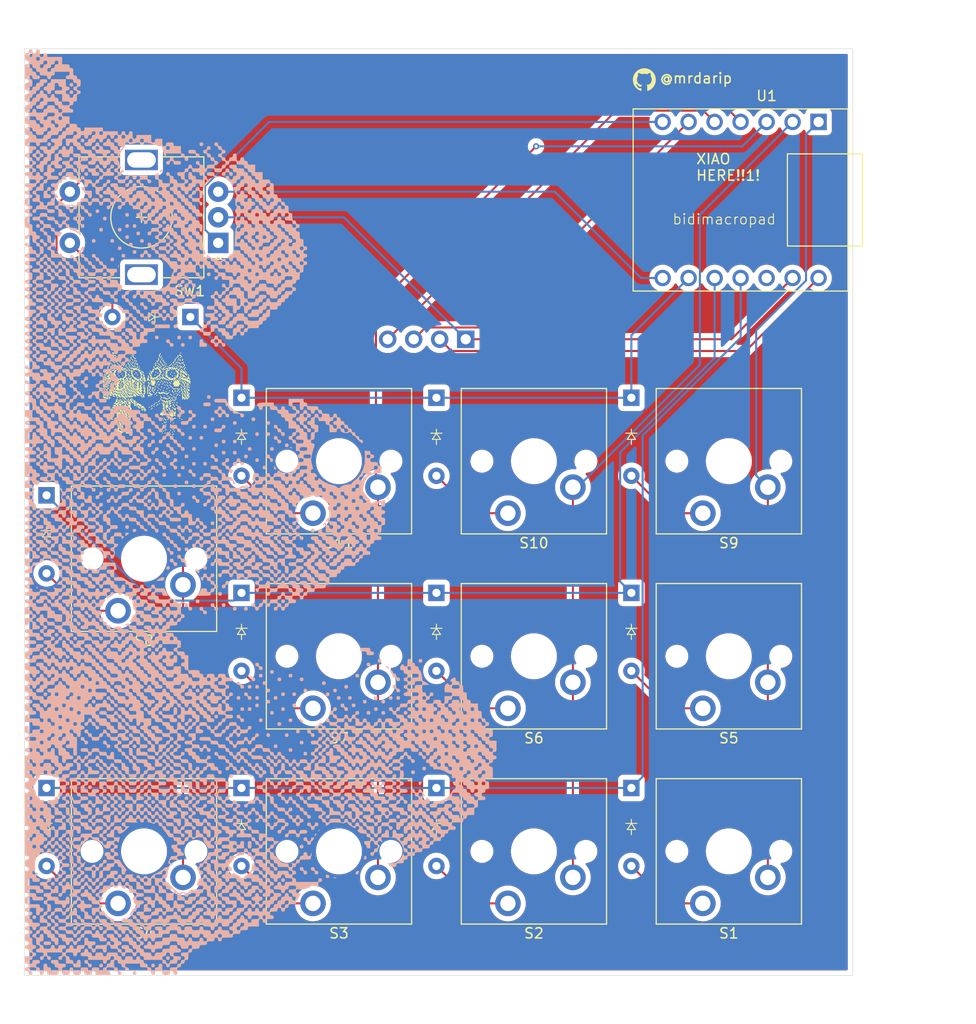
<source format=kicad_pcb>
(kicad_pcb (version 20240108) (generator "pcbnew") (generator_version "8.0")
  (layers (0 "F.Cu" signal) (31 "B.Cu" signal) (34 "B.Paste" user) (35 "F.Paste" user) (36 "B.SilkS" user "B.Silkscreen") (37 "F.SilkS" user "F.Silkscreen") (38 "B.Mask" user) (39 "F.Mask" user) (44 "Edge.Cuts" user))
  (net 0 "")
  (net 1 "Row 0")
  (net 2 "Net-(D1-A)")
  (net 3 "Net-(D2-A)")
  (net 4 "Net-(D3-A)")
  (net 5 "Row 1")
  (net 6 "Net-(D4-A)")
  (net 7 "Net-(D5-A)")
  (net 8 "Net-(D6-A)")
  (net 9 "Net-(D7-A)")
  (net 10 "Row 2")
  (net 11 "Net-(D8-A)")
  (net 12 "Net-(D9-A)")
  (net 13 "Net-(D10-A)")
  (net 14 "Net-(D11-A)")
  (net 15 "Net-(D12-A)")
  (net 16 "GND")
  (net 17 "SDA")
  (net 18 "+5V")
  (net 19 "SCL")
  (net 20 "Col 0")
  (net 21 "Col 1")
  (net 22 "Col 2")
  (net 23 "Col 3")
  (net 24 "Rot B")
  (net 25 "Rot A")
  (net 26 "+3.3V")
  (footprint "LOGO" (layer "F.Cu") (at 61.9125 54.76875)
    (property "Reference" "G***" (hide yes))
    (property "Value" "LOGO" (hide yes))
  )
  (footprint "ScottoKeebs_Components:Diode_DO-35" (layer "F.Cu") (at 109.325 74.55875 -90)
    (property "Reference" "D5" (hide yes))
    (property "Value" "Diode" (hide yes))
    (pad "1" thru_hole rect (at 0 0 270) (size 1.6 1.6) (drill 0.8) (layers "*.Cu" "*.Mask") (net 5 "Row 1"))
    (pad "2" thru_hole oval (at 7.62 0 270) (size 1.6 1.6) (drill 0.8) (layers "*.Cu" "*.Mask") (net 7 "Net-(D5-A)"))
  )
  (footprint "ScottoKeebs_Components:OLED_128x64" (layer "F.Cu") (at 89.3225 49.79375 180)
    (property "Reference" "J1" (hide yes))
    (property "Value" "OLED_128x64")
    (pad "1" thru_hole rect (at -3.81 0 270) (size 1.7 1.7) (drill 1) (layers "*.Cu" "*.Mask") (net 16 "GND"))
    (pad "2" thru_hole oval (at -1.27 0 270) (size 1.7 1.7) (drill 1) (layers "*.Cu" "*.Mask") (net 18 "+5V"))
    (pad "3" thru_hole oval (at 1.27 0 270) (size 1.7 1.7) (drill 1) (layers "*.Cu" "*.Mask") (net 19 "SCL"))
    (pad "4" thru_hole oval (at 3.81 0 270) (size 1.7 1.7) (drill 1) (layers "*.Cu" "*.Mask") (net 17 "SDA"))
  )
  (footprint "LOGO" (layer "F.Cu") (at 110.5916 24.4348)
    (property "Reference" "G***" (hide yes))
    (property "Value" "LOGO" (hide yes))
  )
  (footprint "ScottoKeebs_MX:MX_PCB_1.00u" (layer "F.Cu") (at 99.8 99.8 180)
    (property "Reference" "S2" (at 0 -8 0) (layer "F.SilkS"))
    (property "Value" "Keyswitch")
    (pad "" np_thru_hole circle (at -5.08 0 180) (size 1.75 1.75) (drill 1.75) (layers "*.Cu" "*.Mask"))
    (pad "" np_thru_hole circle (at 0 0 180) (size 4 4) (drill 4) (layers "*.Cu" "*.Mask"))
    (pad "" np_thru_hole circle (at 5.08 0 180) (size 1.75 1.75) (drill 1.75) (layers "*.Cu" "*.Mask"))
    (pad "1" thru_hole circle (at -3.81 -2.54 180) (size 2.5 2.5) (drill 1.5) (layers "*.Cu" "*.Mask") (net 21 "Col 1"))
    (pad "2" thru_hole circle (at 2.54 -5.08 180) (size 2.5 2.5) (drill 1.5) (layers "*.Cu" "*.Mask") (net 3 "Net-(D2-A)"))
  )
  (footprint "ScottoKeebs_MX:MX_PCB_1.00u" (layer "F.Cu") (at 118.85 61.7 180)
    (property "Reference" "S9" (at 0 -8 0) (layer "F.SilkS"))
    (property "Value" "Keyswitch")
    (pad "" np_thru_hole circle (at -5.08 0 180) (size 1.75 1.75) (drill 1.75) (layers "*.Cu" "*.Mask"))
    (pad "" np_thru_hole circle (at 0 0 180) (size 4 4) (drill 4) (layers "*.Cu" "*.Mask"))
    (pad "" np_thru_hole circle (at 5.08 0 180) (size 1.75 1.75) (drill 1.75) (layers "*.Cu" "*.Mask"))
    (pad "1" thru_hole circle (at -3.81 -2.54 180) (size 2.5 2.5) (drill 1.5) (layers "*.Cu" "*.Mask") (net 20 "Col 0"))
    (pad "2" thru_hole circle (at 2.54 -5.08 180) (size 2.5 2.5) (drill 1.5) (layers "*.Cu" "*.Mask") (net 12 "Net-(D9-A)"))
  )
  (footprint "ScottoKeebs_Components:Diode_DO-35" (layer "F.Cu") (at 52.175 93.60875 -90)
    (property "Reference" "D4" (hide yes))
    (property "Value" "Diode" (hide yes))
    (pad "1" thru_hole rect (at 0 0 270) (size 1.6 1.6) (drill 0.8) (layers "*.Cu" "*.Mask") (net 1 "Row 0"))
    (pad "2" thru_hole oval (at 7.62 0 270) (size 1.6 1.6) (drill 0.8) (layers "*.Cu" "*.Mask") (net 6 "Net-(D4-A)"))
  )
  (footprint "ScottoKeebs_Components:Diode_DO-35" (layer "F.Cu") (at 109.325 93.60875 -90)
    (property "Reference" "D1" (hide yes))
    (property "Value" "Diode" (hide yes))
    (pad "1" thru_hole rect (at 0 0 270) (size 1.6 1.6) (drill 0.8) (layers "*.Cu" "*.Mask") (net 1 "Row 0"))
    (pad "2" thru_hole oval (at 7.62 0 270) (size 1.6 1.6) (drill 0.8) (layers "*.Cu" "*.Mask") (net 2 "Net-(D1-A)"))
  )
  (footprint "ScottoKeebs_Components:Diode_DO-35" (layer "F.Cu") (at 71.225 74.55875 -90)
    (property "Reference" "D7" (hide yes))
    (property "Value" "Diode" (hide yes))
    (pad "1" thru_hole rect (at 0 0 270) (size 1.6 1.6) (drill 0.8) (layers "*.Cu" "*.Mask") (net 5 "Row 1"))
    (pad "2" thru_hole oval (at 7.62 0 270) (size 1.6 1.6) (drill 0.8) (layers "*.Cu" "*.Mask") (net 9 "Net-(D7-A)"))
  )
  (footprint "ScottoKeebs_MX:MX_PCB_1.00u" (layer "F.Cu") (at 80.75 99.8 180)
    (property "Reference" "S3" (at 0 -8 0) (layer "F.SilkS"))
    (property "Value" "Keyswitch")
    (pad "" np_thru_hole circle (at -5.08 0 180) (size 1.75 1.75) (drill 1.75) (layers "*.Cu" "*.Mask"))
    (pad "" np_thru_hole circle (at 0 0 180) (size 4 4) (drill 4) (layers "*.Cu" "*.Mask"))
    (pad "" np_thru_hole circle (at 5.08 0 180) (size 1.75 1.75) (drill 1.75) (layers "*.Cu" "*.Mask"))
    (pad "1" thru_hole circle (at -3.81 -2.54 180) (size 2.5 2.5) (drill 1.5) (layers "*.Cu" "*.Mask") (net 22 "Col 2"))
    (pad "2" thru_hole circle (at 2.54 -5.08 180) (size 2.5 2.5) (drill 1.5) (layers "*.Cu" "*.Mask") (net 4 "Net-(D3-A)"))
  )
  (footprint "Rotary_Encoder:RotaryEncoder_Alps_EC11E-Switch_Vertical_H20mm" (layer "F.Cu") (at 68.95 40.3875 180)
    (property "Reference" "SW1" (at 2.8 -4.7 0) (layer "F.SilkS"))
    (property "Value" "RotaryEncoder_Switch")
    (pad "A" thru_hole rect (at 0 0 180) (size 2 2) (drill 1) (layers "*.Cu" "*.Mask") (net 25 "Rot A"))
    (pad "B" thru_hole circle (at 0 5 180) (size 2 2) (drill 1) (layers "*.Cu" "*.Mask") (net 24 "Rot B"))
    (pad "C" thru_hole circle (at 0 2.5 180) (size 2 2) (drill 1) (layers "*.Cu" "*.Mask") (net 16 "GND"))
    (pad "MP" thru_hole rect (at 7.5 -3.1 180) (size 3.2 2) (drill oval 2.8 1.5) (layers "*.Cu" "*.Mask"))
    (pad "MP" thru_hole rect (at 7.5 8.1 180) (size 3.2 2) (drill oval 2.8 1.5) (layers "*.Cu" "*.Mask"))
    (pad "S1" thru_hole circle (at 14.5 5 180) (size 2 2) (drill 1) (layers "*.Cu" "*.Mask") (net 23 "Col 3"))
    (pad "S2" thru_hole circle (at 14.5 0 180) (size 2 2) (drill 1) (layers "*.Cu" "*.Mask") (net 15 "Net-(D12-A)"))
  )
  (footprint "ScottoKeebs_Components:Diode_DO-35" (layer "F.Cu") (at 90.275 93.60875 -90)
    (property "Reference" "D2" (hide yes))
    (property "Value" "Diode" (hide yes))
    (pad "1" thru_hole rect (at 0 0 270) (size 1.6 1.6) (drill 0.8) (layers "*.Cu" "*.Mask") (net 1 "Row 0"))
    (pad "2" thru_hole oval (at 7.62 0 270) (size 1.6 1.6) (drill 0.8) (layers "*.Cu" "*.Mask") (net 3 "Net-(D2-A)"))
  )
  (footprint "ScottoKeebs_Components:Diode_DO-35" (layer "F.Cu") (at 90.275 74.55875 -90)
    (property "Reference" "D6" (hide yes))
    (property "Value" "Diode" (hide yes))
    (pad "1" thru_hole rect (at 0 0 270) (size 1.6 1.6) (drill 0.8) (layers "*.Cu" "*.Mask") (net 5 "Row 1"))
    (pad "2" thru_hole oval (at 7.62 0 270) (size 1.6 1.6) (drill 0.8) (layers "*.Cu" "*.Mask") (net 8 "Net-(D6-A)"))
  )
  (footprint "ScottoKeebs_MX:MX_PCB_1.00u" (layer "F.Cu") (at 61.7 71.225 180)
    (property "Reference" "S8" (at 0 -8 0) (layer "F.SilkS"))
    (property "Value" "Keyswitch")
    (pad "" np_thru_hole circle (at -5.08 0 180) (size 1.75 1.75) (drill 1.75) (layers "*.Cu" "*.Mask"))
    (pad "" np_thru_hole circle (at 0 0 180) (size 4 4) (drill 4) (layers "*.Cu" "*.Mask"))
    (pad "" np_thru_hole circle (at 5.08 0 180) (size 1.75 1.75) (drill 1.75) (layers "*.Cu" "*.Mask"))
    (pad "1" thru_hole circle (at -3.81 -2.54 180) (size 2.5 2.5) (drill 1.5) (layers "*.Cu" "*.Mask") (net 23 "Col 3"))
    (pad "2" thru_hole circle (at 2.54 -5.08 180) (size 2.5 2.5) (drill 1.5) (layers "*.Cu" "*.Mask") (net 11 "Net-(D8-A)"))
  )
  (footprint "ScottoKeebs_MX:MX_PCB_1.00u" (layer "F.Cu") (at 99.8 80.75 180)
    (property "Reference" "S6" (at 0 -8 0) (layer "F.SilkS"))
    (property "Value" "Keyswitch")
    (pad "" np_thru_hole circle (at -5.08 0 180) (size 1.75 1.75) (drill 1.75) (layers "*.Cu" "*.Mask"))
    (pad "" np_thru_hole circle (at 0 0 180) (size 4 4) (drill 4) (layers "*.Cu" "*.Mask"))
    (pad "" np_thru_hole circle (at 5.08 0 180) (size 1.75 1.75) (drill 1.75) (layers "*.Cu" "*.Mask"))
    (pad "1" thru_hole circle (at -3.81 -2.54 180) (size 2.5 2.5) (drill 1.5) (layers "*.Cu" "*.Mask") (net 21 "Col 1"))
    (pad "2" thru_hole circle (at 2.54 -5.08 180) (size 2.5 2.5) (drill 1.5) (layers "*.Cu" "*.Mask") (net 8 "Net-(D6-A)"))
  )
  (footprint "ScottoKeebs_Components:Diode_DO-35" (layer "F.Cu") (at 66.225 47.625 180)
    (property "Reference" "D12" (hide yes))
    (property "Value" "Diode" (hide yes))
    (pad "1" thru_hole rect (at 0 0 180) (size 1.6 1.6) (drill 0.8) (layers "*.Cu" "*.Mask") (net 10 "Row 2"))
    (pad "2" thru_hole oval (at 7.62 0 180) (size 1.6 1.6) (drill 0.8) (layers "*.Cu" "*.Mask") (net 15 "Net-(D12-A)"))
  )
  (footprint "ScottoKeebs_MX:MX_PCB_1.00u" (layer "F.Cu") (at 118.85 80.75 180)
    (property "Reference" "S5" (at 0 -8 0) (layer "F.SilkS"))
    (property "Value" "Keyswitch")
    (pad "" np_thru_hole circle (at -5.08 0 180) (size 1.75 1.75) (drill 1.75) (layers "*.Cu" "*.Mask"))
    (pad "" np_thru_hole circle (at 0 0 180) (size 4 4) (drill 4) (layers "*.Cu" "*.Mask"))
    (pad "" np_thru_hole circle (at 5.08 0 180) (size 1.75 1.75) (drill 1.75) (layers "*.Cu" "*.Mask"))
    (pad "1" thru_hole circle (at -3.81 -2.54 180) (size 2.5 2.5) (drill 1.5) (layers "*.Cu" "*.Mask") (net 20 "Col 0"))
    (pad "2" thru_hole circle (at 2.54 -5.08 180) (size 2.5 2.5) (drill 1.5) (layers "*.Cu" "*.Mask") (net 7 "Net-(D5-A)"))
  )
  (footprint "ScottoKeebs_Components:Diode_DO-35" (layer "F.Cu") (at 109.325 55.50875 -90)
    (property "Reference" "D9" (hide yes))
    (property "Value" "Diode" (hide yes))
    (pad "1" thru_hole rect (at 0 0 270) (size 1.6 1.6) (drill 0.8) (layers "*.Cu" "*.Mask") (net 10 "Row 2"))
    (pad "2" thru_hole oval (at 7.62 0 270) (size 1.6 1.6) (drill 0.8) (layers "*.Cu" "*.Mask") (net 12 "Net-(D9-A)"))
  )
  (footprint "ScottoKeebs_MX:MX_PCB_1.00u" (layer "F.Cu") (at 99.8 61.7 180)
    (property "Reference" "S10" (at 0 -8 0) (layer "F.SilkS"))
    (property "Value" "Keyswitch")
    (pad "" np_thru_hole circle (at -5.08 0 180) (size 1.75 1.75) (drill 1.75) (layers "*.Cu" "*.Mask"))
    (pad "" np_thru_hole circle (at 0 0 180) (size 4 4) (drill 4) (layers "*.Cu" "*.Mask"))
    (pad "" np_thru_hole circle (at 5.08 0 180) (size 1.75 1.75) (drill 1.75) (layers "*.Cu" "*.Mask"))
    (pad "1" thru_hole circle (at -3.81 -2.54 180) (size 2.5 2.5) (drill 1.5) (layers "*.Cu" "*.Mask") (net 21 "Col 1"))
    (pad "2" thru_hole circle (at 2.54 -5.08 180) (size 2.5 2.5) (drill 1.5) (layers "*.Cu" "*.Mask") (net 13 "Net-(D10-A)"))
  )
  (footprint "ScottoKeebs_MX:MX_PCB_1.00u" (layer "F.Cu") (at 61.7 99.8 180)
    (property "Reference" "S4" (at 0 -8 0) (layer "F.SilkS"))
    (property "Value" "Keyswitch")
    (pad "" np_thru_hole circle (at -5.08 0 180) (size 1.75 1.75) (drill 1.75) (layers "*.Cu" "*.Mask"))
    (pad "" np_thru_hole circle (at 0 0 180) (size 4 4) (drill 4) (layers "*.Cu" "*.Mask"))
    (pad "" np_thru_hole circle (at 5.08 0 180) (size 1.75 1.75) (drill 1.75) (layers "*.Cu" "*.Mask"))
    (pad "1" thru_hole circle (at -3.81 -2.54 180) (size 2.5 2.5) (drill 1.5) (layers "*.Cu" "*.Mask") (net 23 "Col 3"))
    (pad "2" thru_hole circle (at 2.54 -5.08 180) (size 2.5 2.5) (drill 1.5) (layers "*.Cu" "*.Mask") (net 6 "Net-(D4-A)"))
  )
  (footprint "ScottoKeebs_Components:Diode_DO-35" (layer "F.Cu") (at 71.225 93.60875 -90)
    (property "Reference" "D3" (hide yes))
    (property "Value" "Diode" (hide yes))
    (pad "1" thru_hole rect (at 0 0 270) (size 1.6 1.6) (drill 0.8) (layers "*.Cu" "*.Mask") (net 1 "Row 0"))
    (pad "2" thru_hole oval (at 7.62 0 270) (size 1.6 1.6) (drill 0.8) (layers "*.Cu" "*.Mask") (net 4 "Net-(D3-A)"))
  )
  (footprint "XIAO_PCB:MOUDLE14P-2.54-21X17.8MM" (layer "F.Cu") (at 120 36.195)
    (property "Reference" "U1" (at 2.54 -10.16 0) (layer "F.SilkS"))
    (property "Value" "MOUDLE-SEEEDUINO-XIAO" (hide yes))
    (pad "1" thru_hole rect (at 7.62 -7.62) (size 1.6 1.6) (drill 1) (layers "*.Cu" "*.Mask") (net 20 "Col 0"))
    (pad "2" thru_hole circle (at 5.08 -7.62) (size 1.6 1.6) (drill 1) (layers "*.Cu" "*.Mask") (net 21 "Col 1"))
    (pad "3" thru_hole circle (at 2.54 -7.62) (size 1.6 1.6) (drill 1) (layers "*.Cu" "*.Mask") (net 22 "Col 2"))
    (pad "4" thru_hole circle (at 0 -7.62) (size 1.6 1.6) (drill 1) (layers "*.Cu" "*.Mask") (net 23 "Col 3"))
    (pad "5" thru_hole circle (at -2.54 -7.62) (size 1.6 1.6) (drill 1) (layers "*.Cu" "*.Mask") (net 17 "SDA"))
    (pad "6" thru_hole circle (at -5.08 -7.62) (size 1.6 1.6) (drill 1) (layers "*.Cu" "*.Mask") (net 19 "SCL"))
    (pad "7" thru_hole circle (at -7.62 -7.62) (size 1.6 1.6) (drill 1) (layers "*.Cu" "*.Mask") (net 25 "Rot A"))
    (pad "8" thru_hole circle (at -7.62 7.62) (size 1.6 1.6) (drill 1) (layers "*.Cu" "*.Mask") (net 24 "Rot B"))
    (pad "9" thru_hole circle (at -5.08 7.62) (size 1.6 1.6) (drill 1) (layers "*.Cu" "*.Mask") (net 10 "Row 2"))
    (pad "10" thru_hole circle (at -2.54 7.62) (size 1.6 1.6) (drill 1) (layers "*.Cu" "*.Mask") (net 5 "Row 1"))
    (pad "11" thru_hole circle (at 0 7.62) (size 1.6 1.6) (drill 1) (layers "*.Cu" "*.Mask") (net 1 "Row 0"))
    (pad "12" thru_hole circle (at 2.54 7.62) (size 1.6 1.6) (drill 1) (layers "*.Cu" "*.Mask") (net 26 "+3.3V"))
    (pad "13" thru_hole circle (at 5.08 7.62) (size 1.6 1.6) (drill 1) (layers "*.Cu" "*.Mask") (net 16 "GND"))
    (pad "14" thru_hole circle (at 7.62 7.62) (size 1.6 1.6) (drill 1) (layers "*.Cu" "*.Mask") (net 18 "+5V"))
  )
  (footprint "ScottoKeebs_Components:Diode_DO-35" (layer "F.Cu") (at 71.225 55.50875 -90)
    (property "Reference" "D11" (hide yes))
    (property "Value" "Diode" (hide yes))
    (pad "1" thru_hole rect (at 0 0 270) (size 1.6 1.6) (drill 0.8) (layers "*.Cu" "*.Mask") (net 10 "Row 2"))
    (pad "2" thru_hole oval (at 7.62 0 270) (size 1.6 1.6) (drill 0.8) (layers "*.Cu" "*.Mask") (net 14 "Net-(D11-A)"))
  )
  (footprint "ScottoKeebs_MX:MX_PCB_1.00u" (layer "F.Cu") (at 80.75 80.75 180)
    (property "Reference" "S7" (at 0 -8 0) (layer "F.SilkS"))
    (property "Value" "Keyswitch")
    (pad "" np_thru_hole circle (at -5.08 0 180) (size 1.75 1.75) (drill 1.75) (layers "*.Cu" "*.Mask"))
    (pad "" np_thru_hole circle (at 0 0 180) (size 4 4) (drill 4) (layers "*.Cu" "*.Mask"))
    (pad "" np_thru_hole circle (at 5.08 0 180) (size 1.75 1.75) (drill 1.75) (layers "*.Cu" "*.Mask"))
    (pad "1" thru_hole circle (at -3.81 -2.54 180) (size 2.5 2.5) (drill 1.5) (layers "*.Cu" "*.Mask") (net 22 "Col 2"))
    (pad "2" thru_hole circle (at 2.54 -5.08 180) (size 2.5 2.5) (drill 1.5) (layers "*.Cu" "*.Mask") (net 9 "Net-(D7-A)"))
  )
  (footprint "ScottoKeebs_MX:MX_PCB_1.00u" (layer "F.Cu") (at 118.85 99.8 180)
    (property "Reference" "S1" (at 0 -8 0) (layer "F.SilkS"))
    (property "Value" "Keyswitch")
    (pad "" np_thru_hole circle (at -5.08 0 180) (size 1.75 1.75) (drill 1.75) (layers "*.Cu" "*.Mask"))
    (pad "" np_thru_hole circle (at 0 0 180) (size 4 4) (drill 4) (layers "*.Cu" "*.Mask"))
    (pad "" np_thru_hole circle (at 5.08 0 180) (size 1.75 1.75) (drill 1.75) (layers "*.Cu" "*.Mask"))
    (pad "1" thru_hole circle (at -3.81 -2.54 180) (size 2.5 2.5) (drill 1.5) (layers "*.Cu" "*.Mask") (net 20 "Col 0"))
    (pad "2" thru_hole circle (at 2.54 -5.08 180) (size 2.5 2.5) (drill 1.5) (layers "*.Cu" "*.Mask") (net 2 "Net-(D1-A)"))
  )
  (footprint "ScottoKeebs_MX:MX_PCB_1.00u" (layer "F.Cu") (at 80.75 61.7 180)
    (property "Reference" "S11" (at 0 -8 0) (layer "F.SilkS"))
    (property "Value" "Keyswitch")
    (pad "" np_thru_hole circle (at -5.08 0 180) (size 1.75 1.75) (drill 1.75) (layers "*.Cu" "*.Mask"))
    (pad "" np_thru_hole circle (at 0 0 180) (size 4 4) (drill 4) (layers "*.Cu" "*.Mask"))
    (pad "" np_thru_hole circle (at 5.08 0 180) (size 1.75 1.75) (drill 1.75) (layers "*.Cu" "*.Mask"))
    (pad "1" thru_hole circle (at -3.81 -2.54 180) (size 2.5 2.5) (drill 1.5) (layers "*.Cu" "*.Mask") (net 22 "Col 2"))
    (pad "2" thru_hole circle (at 2.54 -5.08 180) (size 2.5 2.5) (drill 1.5) (layers "*.Cu" "*.Mask") (net 14 "Net-(D11-A)"))
  )
  (footprint "ScottoKeebs_Components:Diode_DO-35" (layer "F.Cu") (at 52.175 65.03375 -90)
    (property "Reference" "D8" (hide yes))
    (property "Value" "Diode" (hide yes))
    (pad "1" thru_hole rect (at 0 0 270) (size 1.6 1.6) (drill 0.8) (layers "*.Cu" "*.Mask") (net 5 "Row 1"))
    (pad "2" thru_hole oval (at 7.62 0 270) (size 1.6 1.6) (drill 0.8) (layers "*.Cu" "*.Mask") (net 11 "Net-(D8-A)"))
  )
  (footprint "ScottoKeebs_Components:Diode_DO-35" (layer "F.Cu") (at 90.275 55.50875 -90)
    (property "Reference" "D10" (hide yes))
    (property "Value" "Diode" (hide yes))
    (pad "1" thru_hole rect (at 0 0 270) (size 1.6 1.6) (drill 0.8) (layers "*.Cu" "*.Mask") (net 10 "Row 2"))
    (pad "2" thru_hole oval (at 7.62 0 270) (size 1.6 1.6) (drill 0.8) (layers "*.Cu" "*.Mask") (net 13 "Net-(D10-A)"))
  )
  (footprint "LOGO" (layer "B.Cu") (at 73.29 66.495 90)
    (property "Reference" "G***" (hide yes))
    (property "Value" "LOGO" (hide yes))
  )
  (gr_rect (start 50.00625 21.43125) (end 130.96875 111.91875) (stroke (width 0.05)) (fill none) (layer "Edge.Cuts"))
  (gr_text "bidimacropad" (at 113.284 38.6588 0) (layer "F.SilkS") (effects (font (size 1 1) (thickness 0.1)) (justify left bottom)))
  (gr_text "XIAO\nHERE!!1!" (at 115.57 34.3916 0) (layer "F.SilkS") (effects (font (size 1 1)) (justify left bottom)))
  (gr_text "@mrdarip" (at 112.014 24.892 0) (layer "F.SilkS") (effects (font (size 1 1)) (justify left bottom)))
  (segment (start 120 49.634436) (end 120 43.815) (width 0.2) (layer "B.Cu") (net 1))
  (segment (start 109.325 93.60875) (end 110.425 92.50875) (width 0.2) (layer "B.Cu") (net 1))
  (segment (start 110.425 92.50875) (end 110.425 59.209436) (width 0.2) (layer "B.Cu") (net 1))
  (segment (start 110.425 59.209436) (end 120 49.634436) (width 0.2) (layer "B.Cu") (net 1))
  (segment (start 109.325 93.60875) (end 52.175 93.60875) (width 0.2) (layer "B.Cu") (net 1))
  (segment (start 116.31 104.88) (end 112.97625 104.88) (width 0.2) (layer "F.Cu") (net 2))
  (segment (start 112.97625 104.88) (end 109.325 101.22875) (width 0.2) (layer "F.Cu") (net 2))
  (segment (start 97.26 104.88) (end 93.92625 104.88) (width 0.2) (layer "F.Cu") (net 3))
  (segment (start 93.92625 104.88) (end 90.275 101.22875) (width 0.2) (layer "F.Cu") (net 3))
  (segment (start 78.21 104.88) (end 74.87625 104.88) (width 0.2) (layer "F.Cu") (net 4))
  (segment (start 74.87625 104.88) (end 71.225 101.22875) (width 0.2) (layer "F.Cu") (net 4))
  (segment (start 108.225 60.84375) (end 117.46 51.60875) (width 0.2) (layer "B.Cu") (net 5))
  (segment (start 62.45625 75.315) (end 52.175 65.03375) (width 0.2) (layer "B.Cu") (net 5))
  (segment (start 117.46 51.60875) (end 117.46 43.815) (width 0.2) (layer "B.Cu") (net 5))
  (segment (start 108.225 73.45875) (end 108.225 60.84375) (width 0.2) (layer "B.Cu") (net 5))
  (segment (start 70.46875 75.315) (end 62.45625 75.315) (width 0.2) (layer "B.Cu") (net 5))
  (segment (start 109.325 74.55875) (end 71.225 74.55875) (width 0.2) (layer "B.Cu") (net 5))
  (segment (start 71.225 74.55875) (end 70.46875 75.315) (width 0.2) (layer "B.Cu") (net 5))
  (segment (start 109.325 74.55875) (end 108.225 73.45875) (width 0.2) (layer "B.Cu") (net 5))
  (segment (start 59.16 104.88) (end 55.82625 104.88) (width 0.2) (layer "F.Cu") (net 6))
  (segment (start 55.82625 104.88) (end 52.175 101.22875) (width 0.2) (layer "F.Cu") (net 6))
  (segment (start 116.31 85.83) (end 112.97625 85.83) (width 0.2) (layer "F.Cu") (net 7))
  (segment (start 112.97625 85.83) (end 109.325 82.17875) (width 0.2) (layer "F.Cu") (net 7))
  (segment (start 93.92625 85.83) (end 90.275 82.17875) (width 0.2) (layer "F.Cu") (net 8))
  (segment (start 97.26 85.83) (end 93.92625 85.83) (width 0.2) (layer "F.Cu") (net 8))
  (segment (start 78.21 85.83) (end 74.87625 85.83) (width 0.2) (layer "F.Cu") (net 9))
  (segment (start 74.87625 85.83) (end 71.225 82.17875) (width 0.2) (layer "F.Cu") (net 9))
  (segment (start 71.225 55.50875) (end 71.225 52.625) (width 0.2) (layer "B.Cu") (net 10))
  (segment (start 90.275 55.50875) (end 71.225 55.50875) (width 0.2) (layer "B.Cu") (net 10))
  (segment (start 109.325 55.50875) (end 90.275 55.50875) (width 0.2) (layer "B.Cu") (net 10))
  (segment (start 109.325 55.50875) (end 109.325 49.41) (width 0.2) (layer "B.Cu") (net 10))
  (segment (start 109.325 49.41) (end 114.92 43.815) (width 0.2) (layer "B.Cu") (net 10))
  (segment (start 71.225 52.625) (end 66.225 47.625) (width 0.2) (layer "B.Cu") (net 10))
  (segment (start 55.82625 76.305) (end 52.175 72.65375) (width 0.2) (layer "F.Cu") (net 11))
  (segment (start 59.16 76.305) (end 55.82625 76.305) (width 0.2) (layer "F.Cu") (net 11))
  (segment (start 112.97625 66.78) (end 109.325 63.12875) (width 0.2) (layer "F.Cu") (net 12))
  (segment (start 116.31 66.78) (end 112.97625 66.78) (width 0.2) (layer "F.Cu") (net 12))
  (segment (start 93.92625 66.78) (end 90.275 63.12875) (width 0.2) (layer "F.Cu") (net 13))
  (segment (start 97.26 66.78) (end 93.92625 66.78) (width 0.2) (layer "F.Cu") (net 13))
  (segment (start 74.87625 66.78) (end 71.225 63.12875) (width 0.2) (layer "F.Cu") (net 14))
  (segment (start 78.21 66.78) (end 74.87625 66.78) (width 0.2) (layer "F.Cu") (net 14))
  (segment (start 58.605 44.5425) (end 54.45 40.3875) (width 0.2) (layer "F.Cu") (net 15))
  (segment (start 58.605 47.625) (end 58.605 44.5425) (width 0.2) (layer "F.Cu") (net 15))
  (segment (start 119.10125 49.79375) (end 125.08 43.815) (width 0.2) (layer "F.Cu") (net 16))
  (segment (start 93.1325 49.79375) (end 119.10125 49.79375) (width 0.2) (layer "F.Cu") (net 16))
  (segment (start 81.22625 37.8875) (end 93.1325 49.79375) (width 0.2) (layer "B.Cu") (net 16))
  (segment (start 68.95 37.8875) (end 81.22625 37.8875) (width 0.2) (layer "B.Cu") (net 16))
  (segment (start 116.36 27.475) (end 117.46 28.575) (width 0.2) (layer "F.Cu") (net 17))
  (segment (start 107.83125 27.475) (end 116.36 27.475) (width 0.2) (layer "F.Cu") (net 17))
  (segment (start 85.5125 49.79375) (end 107.83125 27.475) (width 0.2) (layer "F.Cu") (net 17))
  (segment (start 120.49125 50.94375) (end 127.62 43.815) (width 0.2) (layer "F.Cu") (net 18))
  (segment (start 90.5925 49.79375) (end 91.7425 50.94375) (width 0.2) (layer "F.Cu") (net 18))
  (segment (start 91.7425 50.94375) (end 120.49125 50.94375) (width 0.2) (layer "F.Cu") (net 18))
  (segment (start 90.5925 49.79375) (end 90.5925 50.11125) (width 0.2) (layer "B.Cu") (net 18))
  (segment (start 89.2025 48.64375) (end 94.85125 48.64375) (width 0.2) (layer "F.Cu") (net 19))
  (segment (start 94.85125 48.64375) (end 114.92 28.575) (width 0.2) (layer "F.Cu") (net 19))
  (segment (start 88.0525 49.79375) (end 89.2025 48.64375) (width 0.2) (layer "F.Cu") (net 19))
  (segment (start 122.66 64.24) (end 121.86 63.44) (width 0.2) (layer "F.Cu") (net 20))
  (segment (start 122.66 102.34) (end 122.66 64.24) (width 0.2) (layer "F.Cu") (net 20))
  (segment (start 121.52 63.1) (end 121.52 48.930635) (width 0.2) (layer "B.Cu") (net 20))
  (segment (start 121.52 48.930635) (end 126.3904 44.060235) (width 0.2) (layer "B.Cu") (net 20))
  (segment (start 126.3904 44.060235) (end 126.3904 29.8046) (width 0.2) (layer "B.Cu") (net 20))
  (segment (start 122.66 64.24) (end 121.52 63.1) (width 0.2) (layer "B.Cu") (net 20))
  (segment (start 126.3904 29.8046) (end 127.62 28.575) (width 0.2) (layer "B.Cu") (net 20))
  (segment (start 103.61 64.24) (end 103.61 83.29) (width 0.2) (layer "F.Cu") (net 21))
  (segment (start 103.61 102.34) (end 103.61 83.29) (width 0.2) (layer "F.Cu") (net 21))
  (segment (start 116.02 37.635) (end 125.08 28.575) (width 0.2) (layer "B.Cu") (net 21))
  (segment (start 116.02 52.292412) (end 116.02 37.635) (width 0.2) (layer "B.Cu") (net 21))
  (segment (start 104.072412 64.24) (end 116.02 52.292412) (width 0.2) (layer "B.Cu") (net 21))
  (segment (start 103.61 64.24) (end 104.072412 64.24) (width 0.2) (layer "B.Cu") (net 21))
  (segment (start 84.3625 46.60625) (end 100.0125 30.95625) (width 0.2) (layer "F.Cu") (net 22))
  (segment (start 84.56 64.24) (end 84.3625 64.0425) (width 0.2) (layer "F.Cu") (net 22))
  (segment (start 84.56 83.29) (end 84.56 64.24) (width 0.2) (layer "F.Cu") (net 22))
  (segment (start 84.3625 64.0425) (end 84.3625 46.60625) (width 0.2) (layer "F.Cu") (net 22))
  (segment (start 84.56 102.34) (end 84.56 83.29) (width 0.2) (layer "F.Cu") (net 22))
  (via (at 100.0125 30.95625) (size 0.6) (drill 0.3) (layers "F.Cu" "B.Cu") (net 22))
  (segment (start 100.0125 30.95625) (end 120.15875 30.95625) (width 0.2) (layer "B.Cu") (net 22))
  (segment (start 120.15875 30.95625) (end 122.54 28.575) (width 0.2) (layer "B.Cu") (net 22))
  (segment (start 65.51 67.89125) (end 65.51 73.765) (width 0.2) (layer "F.Cu") (net 23))
  (segment (start 54.45 35.3875) (end 62.7625 27.075) (width 0.2) (layer "F.Cu") (net 23))
  (segment (start 54.45 35.3875) (end 53.15 36.6875) (width 0.2) (layer "F.Cu") (net 23))
  (segment (start 62.7625 27.075) (end 118.5 27.075) (width 0.2) (layer "F.Cu") (net 23))
  (segment (start 53.15 55.53125) (end 65.51 67.89125) (width 0.2) (layer "F.Cu") (net 23))
  (segment (start 53.15 36.6875) (end 53.15 55.53125) (width 0.2) (layer "F.Cu") (net 23))
  (segment (start 118.5 27.075) (end 120 28.575) (width 0.2) (layer "F.Cu") (net 23))
  (segment (start 65.51 102.34) (end 65.51 73.765) (width 0.2) (layer "F.Cu") (net 23))
  (segment (start 110.26 43.815) (end 112.38 43.815) (width 0.2) (layer "B.Cu") (net 24))
  (segment (start 101.8325 35.3875) (end 110.26 43.815) (width 0.2) (layer "B.Cu") (net 24))
  (segment (start 68.95 35.3875) (end 101.8325 35.3875) (width 0.2) (layer "B.Cu") (net 24))
  (segment (start 67.65 34.849022) (end 73.924022 28.575) (width 0.2) (layer "B.Cu") (net 25))
  (segment (start 67.65 39.0875) (end 67.65 34.849022) (width 0.2) (layer "B.Cu") (net 25))
  (segment (start 68.95 40.3875) (end 67.65 39.0875) (width 0.2) (layer "B.Cu") (net 25))
  (segment (start 73.924022 28.575) (end 112.38 28.575) (width 0.2) (layer "B.Cu") (net 25))
  (zone (net 0) (net_name "") (layers "F&B.Cu") (connect_pads (clearance 0.5)) (min_thickness 0.25) (fill yes (thermal_gap 0.5) (thermal_bridge_width 0.5) (island_removal_mode 1) (island_area_min 10))
    (polygon (pts (xy 143.002 18.9992) (xy 140.49375 116.68125) (xy 47.625 116.68125) (xy 47.625 16.66875)))
  )
)
</source>
